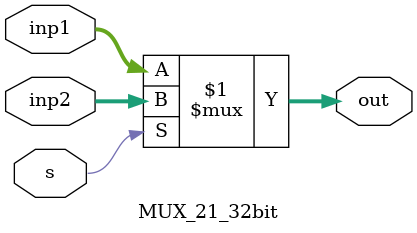
<source format=v>
module MUX_21_32bit(inp1,inp2,s,out);
    input [31:0] inp1,inp2;
    input s; 
    output wire [31:0] out;
    assign out = s ? inp2 : inp1;
endmodule
</source>
